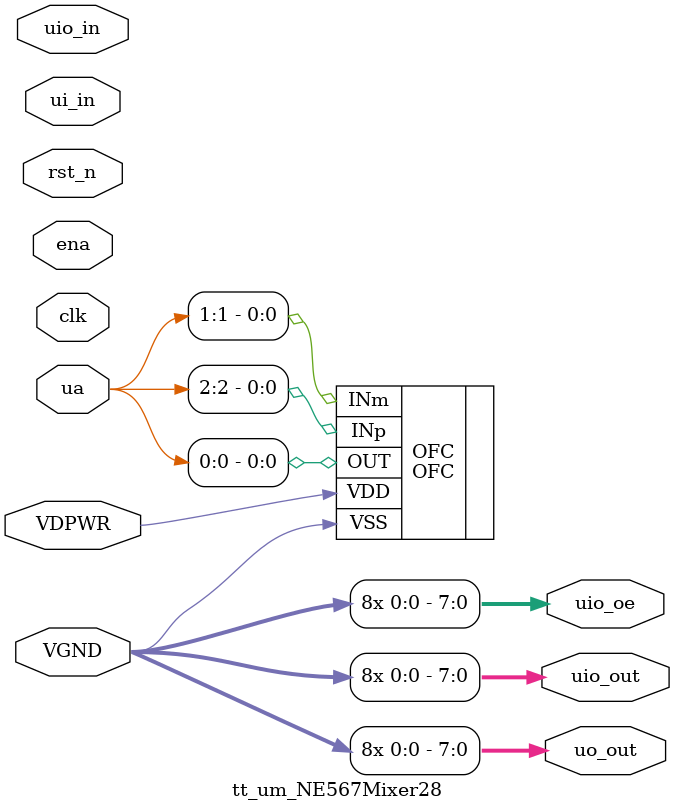
<source format=v>
/*
 * Copyright (c) 2024 Your Name
 * SPDX-License-Identifier: Apache-2.0
 */

`default_nettype none

module tt_um_NE567Mixer28 (
    input  wire       VGND,
    input  wire       VDPWR,    // 1.8v power supply
//    input  wire       VAPWR,    // 3.3v power supply
    input  wire [7:0] ui_in,    // Dedicated inputs
    output wire [7:0] uo_out,   // Dedicated outputs
    input  wire [7:0] uio_in,   // IOs: Input path
    output wire [7:0] uio_out,  // IOs: Output path
    output wire [7:0] uio_oe,   // IOs: Enable path (active high: 0=input, 1=output)
    inout  wire [7:0] ua,       // Analog pins, only ua[5:0] can be used
    input  wire       ena,      // always 1 when the design is powered, so you can ignore it
    input  wire       clk,      // clock
    input  wire       rst_n     // reset_n - low to reset
);
    OFC OFC(
	    .VDD(VDPWR),
	    .VSS(VGND),
	    .OUT(ua[0]),
	    .INm(ua[1]),
	    .INp(ua[2])
    );

    // ties for the output enables
    assign uo_out[0] = VGND;
    assign uo_out[1] = VGND;
    assign uo_out[2] = VGND;
    assign uo_out[3] = VGND;
    assign uo_out[4] = VGND;
    assign uo_out[5] = VGND;
    assign uo_out[6] = VGND;
    assign uo_out[7] = VGND;

    assign uio_out[0] = VGND;
    assign uio_out[1] = VGND;
    assign uio_out[2] = VGND;
    assign uio_out[3] = VGND;
    assign uio_out[4] = VGND;
    assign uio_out[5] = VGND;
    assign uio_out[6] = VGND;
    assign uio_out[7] = VGND;

    assign uio_oe[0] = VGND;
    assign uio_oe[1] = VGND;
    assign uio_oe[2] = VGND;
    assign uio_oe[3] = VGND;
    assign uio_oe[4] = VGND;
    assign uio_oe[5] = VGND;
    assign uio_oe[6] = VGND;
    assign uio_oe[7] = VGND;

endmodule

</source>
